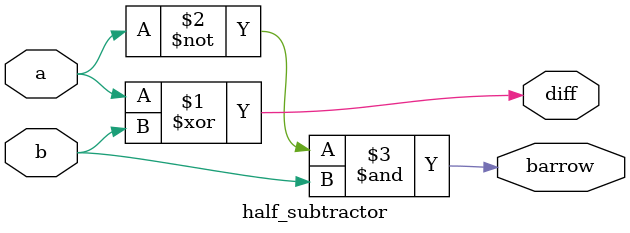
<source format=v>
`timescale 1ns / 1ps


module half_subtractor(
    input a,b,
    output diff,barrow
    );
    assign diff =a^b;
    assign barrow =(~a)&b;
endmodule

</source>
